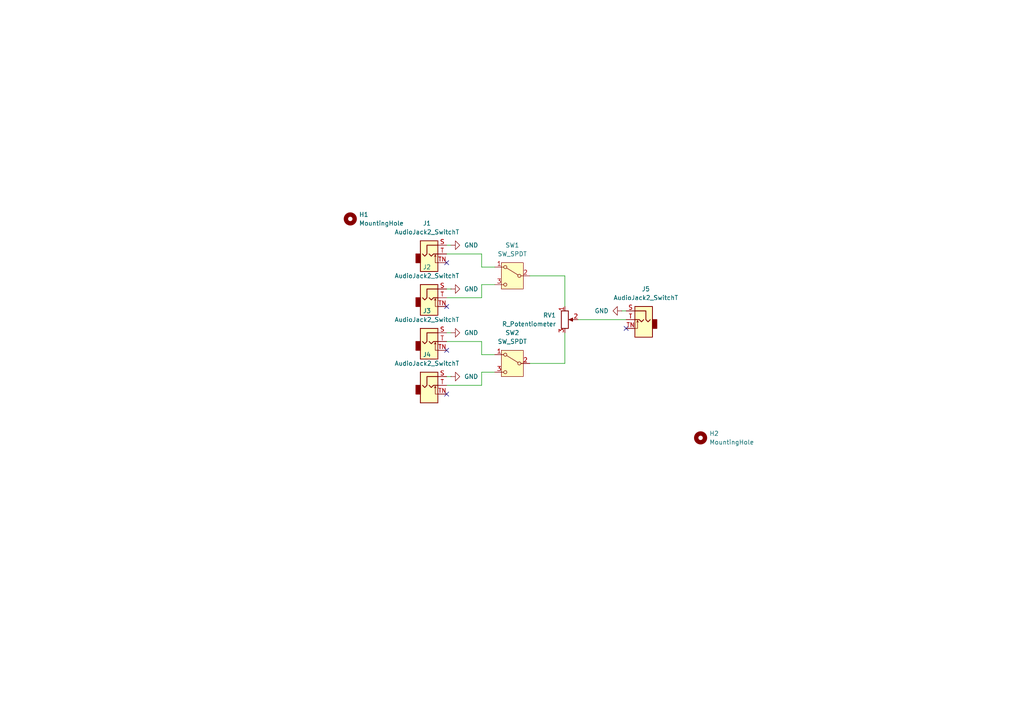
<source format=kicad_sch>
(kicad_sch (version 20231120) (generator "eeschema") (generator_version "8.0")
  (paper "A4")
  (lib_symbols
    (symbol "Connector_Audio:AudioJack2_SwitchT"
      (property "Reference" "J" (at 0 8.89 0))
      (property "Value" "AudioJack2_SwitchT" (at 0 6.35 0))
      (symbol "AudioJack2_SwitchT_0_1"
        (rectangle (start -2.54 0) (end -3.81 -2.54) (stroke (width 0.254)) (fill (type outline)))
        (polyline (pts (xy 1.778 -0.254) (xy 2.032 -0.762)))
        (polyline (pts (xy 0 0) (xy 0.635 -0.635) (xy 1.27 0) (xy 2.54 0)) (stroke (width 0.254)))
        (polyline (pts (xy 2.54 -2.54) (xy 1.778 -2.54) (xy 1.778 -0.254) (xy 1.524 -0.762)))
        (polyline (pts (xy 2.54 2.54) (xy -0.635 2.54) (xy -0.635 0) (xy -1.27 -0.635) (xy -1.905 0)) (stroke (width 0.254)))
        (rectangle (start 2.54 3.81) (end -2.54 -5.08) (stroke (width 0.254)) (fill (type background)))
      )
      (symbol "AudioJack2_SwitchT_1_1"
        (pin passive line (at 5.08 2.54 180) (length 2.54) (name "~") (number "S"))
        (pin passive line (at 5.08 0 180) (length 2.54) (name "~") (number "T"))
        (pin passive line (at 5.08 -2.54 180) (length 2.54) (name "~") (number "TN"))
      )
    )
    (symbol "Device:R_Potentiometer" (pin_names (offset 1.016) hide)
      (property "Reference" "RV" (at -4.445 0 90))
      (property "Value" "R_Potentiometer" (at -2.54 0 90))
      (symbol "R_Potentiometer_0_1"
        (polyline (pts (xy 2.54 0) (xy 1.524 0)))
        (polyline (pts (xy 1.143 0) (xy 2.286 0.508) (xy 2.286 -0.508) (xy 1.143 0)) (fill (type outline)))
        (rectangle (start 1.016 2.54) (end -1.016 -2.54) (stroke (width 0.254)))
      )
      (symbol "R_Potentiometer_1_1"
        (pin passive line (at 0 3.81 270) (length 1.27) (name "1") (number "1"))
        (pin passive line (at 3.81 0 180) (length 1.27) (name "2") (number "2"))
        (pin passive line (at 0 -3.81 90) (length 1.27) (name "3") (number "3"))
      )
    )
    (symbol "Mechanical:MountingHole" (pin_names (offset 1.016)) (exclude_from_sim yes) (in_bom no)
      (property "Reference" "H" (at 0 5.08 0))
      (property "Value" "MountingHole" (at 0 3.175 0))
      (symbol "MountingHole_0_1"
        (circle (center 0 0) (radius 1.27) (stroke (width 1.27)))
      )
    )
    (symbol "Switch:SW_SPDT" (pin_names (offset 0) hide)
      (property "Reference" "SW" (at 0 5.08 0))
      (property "Value" "SW_SPDT" (at 0 -5.08 0))
      (symbol "SW_SPDT_0_1"
        (circle (center -2.032 0) (radius 0.4572))
        (polyline (pts (xy -1.651 0.254) (xy 1.651 2.286)))
        (circle (center 2.032 -2.54) (radius 0.4572))
        (circle (center 2.032 2.54) (radius 0.4572))
      )
      (symbol "SW_SPDT_1_1"
        (rectangle (start -3.175 3.81) (end 3.175 -3.81) (fill (type background)))
        (pin passive line (at 5.08 2.54 180) (length 2.54) (name "A") (number "1"))
        (pin passive line (at -5.08 0 0) (length 2.54) (name "B") (number "2"))
        (pin passive line (at 5.08 -2.54 180) (length 2.54) (name "C") (number "3"))
      )
    )
    (symbol "power:GND" (power) (pin_numbers hide) (pin_names (offset 0) hide)
      (property "Value" "GND" (at 0 -3.81 0))
      (symbol "GND_0_1"
        (polyline (pts (xy 0 0) (xy 0 -1.27) (xy 1.27 -1.27) (xy 0 -2.54) (xy -1.27 -1.27) (xy 0 -1.27)))
      )
      (symbol "GND_1_1"
        (pin power_in line (at 0 0 270) (length 0) (name "~") (number "1"))
      )
    )
  )
  (no_connect (at 129.54 114.3))
  (no_connect (at 129.54 76.2))
  (no_connect (at 129.54 88.9))
  (no_connect (at 129.54 101.6))
  (no_connect (at 181.61 95.25))
  (wire (pts (xy 180.34 90.17) (xy 181.61 90.17)))
  (wire (pts (xy 129.54 111.76) (xy 139.7 111.76)))
  (wire (pts (xy 139.7 82.55) (xy 143.51 82.55)))
  (wire (pts (xy 139.7 86.36) (xy 139.7 82.55)))
  (wire (pts (xy 153.67 105.41) (xy 163.83 105.41)))
  (wire (pts (xy 129.54 86.36) (xy 139.7 86.36)))
  (wire (pts (xy 139.7 111.76) (xy 139.7 107.95)))
  (wire (pts (xy 129.54 71.12) (xy 130.81 71.12)))
  (wire (pts (xy 167.64 92.71) (xy 181.61 92.71)))
  (wire (pts (xy 163.83 105.41) (xy 163.83 96.52)))
  (wire (pts (xy 129.54 99.06) (xy 139.7 99.06)))
  (wire (pts (xy 129.54 83.82) (xy 130.81 83.82)))
  (wire (pts (xy 139.7 77.47) (xy 143.51 77.47)))
  (wire (pts (xy 153.67 80.01) (xy 163.83 80.01)))
  (wire (pts (xy 129.54 96.52) (xy 130.81 96.52)))
  (wire (pts (xy 163.83 80.01) (xy 163.83 88.9)))
  (wire (pts (xy 139.7 102.87) (xy 143.51 102.87)))
  (wire (pts (xy 139.7 99.06) (xy 139.7 102.87)))
  (wire (pts (xy 129.54 73.66) (xy 139.7 73.66)))
  (wire (pts (xy 139.7 73.66) (xy 139.7 77.47)))
  (wire (pts (xy 129.54 109.22) (xy 130.81 109.22)))
  (wire (pts (xy 139.7 107.95) (xy 143.51 107.95)))
  (symbol (lib_id "power:GND") (at 180.34 90.17 270) (mirror x) (unit 1)
    (property "Reference" "#PWR05" (effects (hide yes)))
    (property "Value" "GND" (at 176.53 90.1699 90) (effects (justify right)))
    (property "Description" "Power symbol creates a global label with name \"GND\" , ground" (effects (hide yes)))
  )
  (symbol (lib_id "power:GND") (at 130.81 83.82 90) (unit 1)
    (property "Reference" "#PWR02" (effects (hide yes)))
    (property "Value" "GND" (at 134.62 83.8199 90) (effects (justify right)))
    (property "Description" "Power symbol creates a global label with name \"GND\" , ground" (effects (hide yes)))
  )
  (symbol (lib_id "power:GND") (at 130.81 109.22 90) (unit 1)
    (property "Reference" "#PWR04" (effects (hide yes)))
    (property "Value" "GND" (at 134.62 109.2199 90) (effects (justify right)))
    (property "Description" "Power symbol creates a global label with name \"GND\" , ground" (effects (hide yes)))
  )
  (symbol (lib_id "Mechanical:MountingHole") (at 203.2 127 0) (unit 1) (exclude_from_sim yes) (in_bom no)
    (property "Reference" "H2" (at 205.74 125.7299 0) (effects (justify left)))
    (property "Value" "MountingHole" (at 205.74 128.2699 0) (effects (justify left)))
    (property "Footprint" "MountingHole:MountingHole_3.2mm_M3" (effects (hide yes)))
    (property "Description" "Mounting Hole without connection" (effects (hide yes)))
  )
  (symbol (lib_id "Connector_Audio:AudioJack2_SwitchT") (at 124.46 99.06 0) (unit 1)
    (property "Reference" "J3" (at 123.825 90.17 0))
    (property "Value" "AudioJack2_SwitchT" (at 123.825 92.71 0))
    (property "Footprint" "Connector_Audio:Jack_3.5mm_QingPu_WQP-PJ398SM_Vertical_CircularHoles" (effects (hide yes)))
    (property "Description" "Audio Jack, 2 Poles (Mono / TS), Switched T Pole (Normalling)" (effects (hide yes)))
  )
  (symbol (lib_id "Device:R_Potentiometer") (at 163.83 92.71 0) (unit 1)
    (property "Reference" "RV1" (at 161.29 91.4399 0) (effects (justify right)))
    (property "Value" "R_Potentiometer" (at 161.29 93.9799 0) (effects (justify right)))
    (property "Footprint" "Potentiometer_THT:Potentiometer_Alps_RK09K_Single_Vertical" (effects (hide yes)))
    (property "Description" "Potentiometer" (effects (hide yes)))
  )
  (symbol (lib_id "Connector_Audio:AudioJack2_SwitchT") (at 124.46 73.66 0) (unit 1)
    (property "Reference" "J1" (at 123.825 64.77 0))
    (property "Value" "AudioJack2_SwitchT" (at 123.825 67.31 0))
    (property "Footprint" "Connector_Audio:Jack_3.5mm_QingPu_WQP-PJ398SM_Vertical_CircularHoles" (effects (hide yes)))
    (property "Description" "Audio Jack, 2 Poles (Mono / TS), Switched T Pole (Normalling)" (effects (hide yes)))
  )
  (symbol (lib_id "Connector_Audio:AudioJack2_SwitchT") (at 186.69 92.71 0) (mirror y) (unit 1)
    (property "Reference" "J5" (at 187.325 83.82 0))
    (property "Value" "AudioJack2_SwitchT" (at 187.325 86.36 0))
    (property "Footprint" "Connector_Audio:Jack_3.5mm_QingPu_WQP-PJ398SM_Vertical_CircularHoles" (effects (hide yes)))
    (property "Description" "Audio Jack, 2 Poles (Mono / TS), Switched T Pole (Normalling)" (effects (hide yes)))
  )
  (symbol (lib_id "Connector_Audio:AudioJack2_SwitchT") (at 124.46 111.76 0) (unit 1)
    (property "Reference" "J4" (at 123.825 102.87 0))
    (property "Value" "AudioJack2_SwitchT" (at 123.825 105.41 0))
    (property "Footprint" "Connector_Audio:Jack_3.5mm_QingPu_WQP-PJ398SM_Vertical_CircularHoles" (effects (hide yes)))
    (property "Description" "Audio Jack, 2 Poles (Mono / TS), Switched T Pole (Normalling)" (effects (hide yes)))
  )
  (symbol (lib_id "power:GND") (at 130.81 96.52 90) (unit 1)
    (property "Reference" "#PWR03" (effects (hide yes)))
    (property "Value" "GND" (at 134.62 96.5199 90) (effects (justify right)))
    (property "Description" "Power symbol creates a global label with name \"GND\" , ground" (effects (hide yes)))
  )
  (symbol (lib_id "power:GND") (at 130.81 71.12 90) (unit 1)
    (property "Reference" "#PWR01" (effects (hide yes)))
    (property "Value" "GND" (at 134.62 71.1199 90) (effects (justify right)))
    (property "Description" "Power symbol creates a global label with name \"GND\" , ground" (effects (hide yes)))
  )
  (symbol (lib_id "Connector_Audio:AudioJack2_SwitchT") (at 124.46 86.36 0) (unit 1)
    (property "Reference" "J2" (at 123.825 77.47 0))
    (property "Value" "AudioJack2_SwitchT" (at 123.825 80.01 0))
    (property "Footprint" "Connector_Audio:Jack_3.5mm_QingPu_WQP-PJ398SM_Vertical_CircularHoles" (effects (hide yes)))
    (property "Description" "Audio Jack, 2 Poles (Mono / TS), Switched T Pole (Normalling)" (effects (hide yes)))
  )
  (symbol (lib_id "Switch:SW_SPDT") (at 148.59 105.41 0) (mirror y) (unit 1)
    (property "Reference" "SW2" (at 148.59 96.52 0))
    (property "Value" "SW_SPDT" (at 148.59 99.06 0))
    (property "Footprint" "Custom:ANT13SEC_CRS" (effects (hide yes)))
    (property "Description" "Switch, single pole double throw" (effects (hide yes)))
  )
  (symbol (lib_id "Mechanical:MountingHole") (at 101.6 63.5 0) (unit 1) (exclude_from_sim yes) (in_bom no)
    (property "Reference" "H1" (at 104.14 62.2299 0) (effects (justify left)))
    (property "Value" "MountingHole" (at 104.14 64.7699 0) (effects (justify left)))
    (property "Footprint" "MountingHole:MountingHole_3.2mm_M3" (effects (hide yes)))
    (property "Description" "Mounting Hole without connection" (effects (hide yes)))
  )
  (symbol (lib_id "Switch:SW_SPDT") (at 148.59 80.01 0) (mirror y) (unit 1)
    (property "Reference" "SW1" (at 148.59 71.12 0))
    (property "Value" "SW_SPDT" (at 148.59 73.66 0))
    (property "Footprint" "Custom:ANT13SEC_CRS" (effects (hide yes)))
    (property "Description" "Switch, single pole double throw" (effects (hide yes)))
  )
)
</source>
